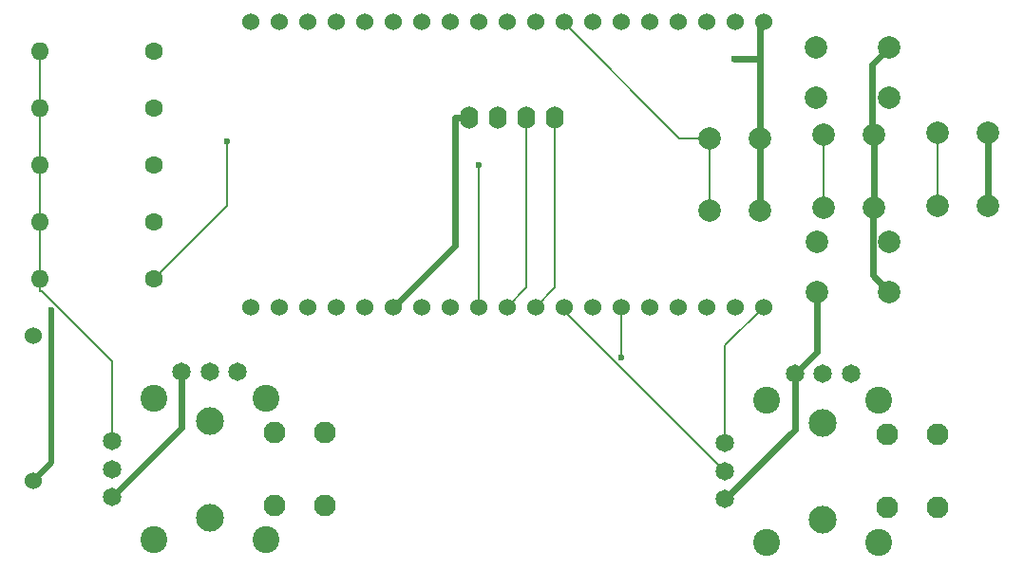
<source format=gbr>
%TF.GenerationSoftware,KiCad,Pcbnew,8.0.6*%
%TF.CreationDate,2025-10-28T17:51:58+09:00*%
%TF.ProjectId,Drone_hacking_PCB,44726f6e-655f-4686-9163-6b696e675f50,rev?*%
%TF.SameCoordinates,Original*%
%TF.FileFunction,Copper,L2,Bot*%
%TF.FilePolarity,Positive*%
%FSLAX46Y46*%
G04 Gerber Fmt 4.6, Leading zero omitted, Abs format (unit mm)*
G04 Created by KiCad (PCBNEW 8.0.6) date 2025-10-28 17:51:58*
%MOMM*%
%LPD*%
G01*
G04 APERTURE LIST*
%TA.AperFunction,ComponentPad*%
%ADD10O,1.600000X2.000000*%
%TD*%
%TA.AperFunction,ComponentPad*%
%ADD11C,1.524000*%
%TD*%
%TA.AperFunction,ComponentPad*%
%ADD12C,1.600000*%
%TD*%
%TA.AperFunction,ComponentPad*%
%ADD13O,1.600000X1.600000*%
%TD*%
%TA.AperFunction,ComponentPad*%
%ADD14C,1.950000*%
%TD*%
%TA.AperFunction,ComponentPad*%
%ADD15C,1.650000*%
%TD*%
%TA.AperFunction,ComponentPad*%
%ADD16C,2.400000*%
%TD*%
%TA.AperFunction,ComponentPad*%
%ADD17C,2.475000*%
%TD*%
%TA.AperFunction,ComponentPad*%
%ADD18C,2.000000*%
%TD*%
%TA.AperFunction,ViaPad*%
%ADD19C,0.600000*%
%TD*%
%TA.AperFunction,Conductor*%
%ADD20C,0.200000*%
%TD*%
%TA.AperFunction,Conductor*%
%ADD21C,0.500000*%
%TD*%
%TA.AperFunction,Conductor*%
%ADD22C,0.600000*%
%TD*%
G04 APERTURE END LIST*
D10*
%TO.P,Brd1,1,GND*%
%TO.N,GND*%
X137350000Y-73220000D03*
%TO.P,Brd1,2,VCC*%
%TO.N,3.3V*%
X139890000Y-73220000D03*
%TO.P,Brd1,3,SCL*%
%TO.N,SSD1306_SCL*%
X142430000Y-73220000D03*
%TO.P,Brd1,4,SDA*%
%TO.N,SSD1306_SDA*%
X144970000Y-73220000D03*
%TD*%
D11*
%TO.P,U1,1,5v*%
%TO.N,VIN*%
X117840000Y-90130000D03*
%TO.P,U1,2,GPIO11*%
%TO.N,unconnected-(U1-GPIO11-Pad2)*%
X120380000Y-90130000D03*
%TO.P,U1,3,GPIO10*%
%TO.N,unconnected-(U1-GPIO10-Pad3)*%
X122920000Y-90130000D03*
%TO.P,U1,4,GPIO9*%
%TO.N,unconnected-(U1-GPIO9-Pad4)*%
X125460000Y-90130000D03*
%TO.P,U1,5,GPIO13*%
%TO.N,SW_5*%
X128000000Y-90130000D03*
%TO.P,U1,6,GND*%
%TO.N,GND*%
X130540000Y-90130000D03*
%TO.P,U1,7,GPIO12*%
%TO.N,unconnected-(U1-GPIO12-Pad7)*%
X133080000Y-90130000D03*
%TO.P,U1,8,GPIO14*%
%TO.N,unconnected-(U1-GPIO14-Pad8)*%
X135620000Y-90130000D03*
%TO.P,U1,9,GPIO27*%
%TO.N,SW_4*%
X138160000Y-90130000D03*
%TO.P,U1,10,GPIO26*%
%TO.N,SSD1306_SCL*%
X140700000Y-90130000D03*
%TO.P,U1,11,GPIO25*%
%TO.N,SSD1306_SDA*%
X143240000Y-90130000D03*
%TO.P,U1,12,GPIO33*%
%TO.N,L_VR_out1*%
X145780000Y-90130000D03*
%TO.P,U1,13,GPIO32*%
%TO.N,L_VR_out2*%
X148320000Y-90130000D03*
%TO.P,U1,14,GPIO35*%
%TO.N,R_VR_out1*%
X150860000Y-90130000D03*
%TO.P,U1,15,GPIO34*%
%TO.N,R_VR_out2*%
X153400000Y-90130000D03*
%TO.P,U1,16,GPIO39*%
%TO.N,unconnected-(U1-GPIO39-Pad16)*%
X155940000Y-90130000D03*
%TO.P,U1,17,GPIO36*%
%TO.N,unconnected-(U1-GPIO36-Pad17)*%
X158480000Y-90130000D03*
%TO.P,U1,18,EN*%
%TO.N,unconnected-(U1-EN-Pad18)*%
X161020000Y-90130000D03*
%TO.P,U1,19,3.3v*%
%TO.N,3.3V*%
X163560000Y-90130000D03*
%TO.P,U1,20,GPIO6*%
%TO.N,unconnected-(U1-GPIO6-Pad20)*%
X117840000Y-64720000D03*
%TO.P,U1,21,GPIO7*%
%TO.N,unconnected-(U1-GPIO7-Pad21)*%
X120380000Y-64720000D03*
%TO.P,U1,22,GPIO8*%
%TO.N,unconnected-(U1-GPIO8-Pad22)*%
X122920000Y-64720000D03*
%TO.P,U1,23,GPIO15*%
%TO.N,unconnected-(U1-GPIO15-Pad23)*%
X125460000Y-64720000D03*
%TO.P,U1,24,GPIO2*%
%TO.N,unconnected-(U1-GPIO2-Pad24)*%
X128000000Y-64720000D03*
%TO.P,U1,25,GPIO0*%
%TO.N,unconnected-(U1-GPIO0-Pad25)*%
X130540000Y-64720000D03*
%TO.P,U1,26,GPIO4*%
%TO.N,unconnected-(U1-GPIO4-Pad26)*%
X133080000Y-64720000D03*
%TO.P,U1,27,GPIO16*%
%TO.N,unconnected-(U1-GPIO16-Pad27)*%
X135620000Y-64720000D03*
%TO.P,U1,28,GPIO17*%
%TO.N,unconnected-(U1-GPIO17-Pad28)*%
X138160000Y-64720000D03*
%TO.P,U1,29,GPIO5*%
%TO.N,unconnected-(U1-GPIO5-Pad29)*%
X140700000Y-64720000D03*
%TO.P,U1,30,GPIO18*%
%TO.N,unconnected-(U1-GPIO18-Pad30)*%
X143240000Y-64720000D03*
%TO.P,U1,31,GPIO19*%
%TO.N,SW_3*%
X145780000Y-64720000D03*
%TO.P,U1,32,GND*%
%TO.N,GND*%
X148320000Y-64720000D03*
%TO.P,U1,33,GPIO21*%
%TO.N,unconnected-(U1-GPIO21-Pad33)*%
X150860000Y-64720000D03*
%TO.P,U1,34,GPIO3*%
%TO.N,unconnected-(U1-GPIO3-Pad34)*%
X153400000Y-64720000D03*
%TO.P,U1,35,GPIO1*%
%TO.N,unconnected-(U1-GPIO1-Pad35)*%
X155940000Y-64720000D03*
%TO.P,U1,36,GPIO22*%
%TO.N,SW_2*%
X158480000Y-64720000D03*
%TO.P,U1,37,GPIO23*%
%TO.N,SW_1*%
X161020000Y-64720000D03*
%TO.P,U1,38,GND*%
%TO.N,GND*%
X163560000Y-64720000D03*
%TD*%
D12*
%TO.P,R1,1*%
%TO.N,SW_1*%
X109220000Y-67310000D03*
D13*
%TO.P,R1,2*%
%TO.N,3.3V*%
X99060000Y-67310000D03*
%TD*%
D12*
%TO.P,R4,1*%
%TO.N,SW_4*%
X109220000Y-77470000D03*
D13*
%TO.P,R4,2*%
%TO.N,3.3V*%
X99060000Y-77470000D03*
%TD*%
D12*
%TO.P,R3,1*%
%TO.N,SW_3*%
X109220000Y-87630000D03*
D13*
%TO.P,R3,2*%
%TO.N,3.3V*%
X99060000Y-87630000D03*
%TD*%
D12*
%TO.P,R2,1*%
%TO.N,SW_2*%
X109220000Y-72390000D03*
D13*
%TO.P,R2,2*%
%TO.N,3.3V*%
X99060000Y-72390000D03*
%TD*%
D12*
%TO.P,R5,1*%
%TO.N,SW_5*%
X109220000Y-82550000D03*
D13*
%TO.P,R5,2*%
%TO.N,3.3V*%
X99060000Y-82550000D03*
%TD*%
D14*
%TO.P,S1,A1,A1*%
%TO.N,unconnected-(S1-PadA1)*%
X119925000Y-107872500D03*
D15*
%TO.P,S1,A11,A11*%
%TO.N,3.3V*%
X116675000Y-95892500D03*
%TO.P,S1,A12,A12*%
%TO.N,R_VR_out2*%
X114175000Y-95892500D03*
%TO.P,S1,A13,A13*%
%TO.N,GND*%
X111675000Y-95892500D03*
D14*
%TO.P,S1,B1,B1*%
%TO.N,unconnected-(S1-PadB1)*%
X124425000Y-107872500D03*
D15*
%TO.P,S1,B11,B11*%
%TO.N,3.3V*%
X105445000Y-102122500D03*
%TO.P,S1,B12,B12*%
%TO.N,R_VR_out1*%
X105445000Y-104622500D03*
%TO.P,S1,B13,B13*%
%TO.N,GND*%
X105445000Y-107122500D03*
D14*
%TO.P,S1,C1,C1*%
%TO.N,unconnected-(S1-PadC1)*%
X119925000Y-101372500D03*
%TO.P,S1,D1,D1*%
%TO.N,unconnected-(S1-PadD1)*%
X124425000Y-101372500D03*
D16*
%TO.P,S1,MH1,MH1*%
%TO.N,unconnected-(S1-PadMH1)*%
X119175000Y-110947500D03*
%TO.P,S1,MH2,MH2*%
%TO.N,unconnected-(S1-PadMH2)*%
X109175000Y-110947500D03*
%TO.P,S1,MH3,MH3*%
%TO.N,unconnected-(S1-PadMH3)*%
X119175000Y-98297500D03*
%TO.P,S1,MH4,MH4*%
%TO.N,unconnected-(S1-PadMH4)*%
X109175000Y-98297500D03*
D17*
%TO.P,S1,MH5,MH5*%
%TO.N,unconnected-(S1-PadMH5)*%
X114175000Y-108922500D03*
%TO.P,S1,MH6,MH6*%
%TO.N,unconnected-(S1-PadMH6)*%
X114175000Y-100322500D03*
%TD*%
D18*
%TO.P,SW4,1,1*%
%TO.N,SW_4*%
X168275000Y-84305000D03*
X174775000Y-84305000D03*
%TO.P,SW4,2,2*%
%TO.N,GND*%
X168275000Y-88805000D03*
X174775000Y-88805000D03*
%TD*%
%TO.P,SW1,1,1*%
%TO.N,SW_1*%
X179070000Y-81130000D03*
X179070000Y-74630000D03*
%TO.P,SW1,2,2*%
%TO.N,GND*%
X183570000Y-81130000D03*
X183570000Y-74630000D03*
%TD*%
%TO.P,SW2,1,1*%
%TO.N,SW_2*%
X174700000Y-71465000D03*
X168200000Y-71465000D03*
%TO.P,SW2,2,2*%
%TO.N,GND*%
X174700000Y-66965000D03*
X168200000Y-66965000D03*
%TD*%
%TO.P,SW5,1,1*%
%TO.N,SW_5*%
X168910000Y-81280000D03*
X168910000Y-74780000D03*
%TO.P,SW5,2,2*%
%TO.N,GND*%
X173410000Y-81280000D03*
X173410000Y-74780000D03*
%TD*%
%TO.P,SW3,1,1*%
%TO.N,SW_3*%
X158750000Y-81570000D03*
X158750000Y-75070000D03*
%TO.P,SW3,2,2*%
%TO.N,GND*%
X163250000Y-81570000D03*
X163250000Y-75070000D03*
%TD*%
D14*
%TO.P,S2,A1,A1*%
%TO.N,unconnected-(S2-PadA1)*%
X174580000Y-108050000D03*
D15*
%TO.P,S2,A11,A11*%
%TO.N,3.3V*%
X171330000Y-96070000D03*
%TO.P,S2,A12,A12*%
%TO.N,L_VR_out2*%
X168830000Y-96070000D03*
%TO.P,S2,A13,A13*%
%TO.N,GND*%
X166330000Y-96070000D03*
D14*
%TO.P,S2,B1,B1*%
%TO.N,unconnected-(S2-PadB1)*%
X179080000Y-108050000D03*
D15*
%TO.P,S2,B11,B11*%
%TO.N,3.3V*%
X160100000Y-102300000D03*
%TO.P,S2,B12,B12*%
%TO.N,L_VR_out1*%
X160100000Y-104800000D03*
%TO.P,S2,B13,B13*%
%TO.N,GND*%
X160100000Y-107300000D03*
D14*
%TO.P,S2,C1,C1*%
%TO.N,unconnected-(S2-PadC1)*%
X174580000Y-101550000D03*
%TO.P,S2,D1,D1*%
%TO.N,unconnected-(S2-PadD1)*%
X179080000Y-101550000D03*
D16*
%TO.P,S2,MH1,MH1*%
%TO.N,unconnected-(S2-PadMH1)*%
X173830000Y-111125000D03*
%TO.P,S2,MH2,MH2*%
%TO.N,unconnected-(S2-PadMH2)*%
X163830000Y-111125000D03*
%TO.P,S2,MH3,MH3*%
%TO.N,unconnected-(S2-PadMH3)*%
X173830000Y-98475000D03*
%TO.P,S2,MH4,MH4*%
%TO.N,unconnected-(S2-PadMH4)*%
X163830000Y-98475000D03*
D17*
%TO.P,S2,MH5,MH5*%
%TO.N,unconnected-(S2-PadMH5)*%
X168830000Y-109100000D03*
%TO.P,S2,MH6,MH6*%
%TO.N,unconnected-(S2-PadMH6)*%
X168830000Y-100500000D03*
%TD*%
D11*
%TO.P,J1,1,Pin_1*%
%TO.N,GND*%
X98425000Y-92710000D03*
%TO.P,J1,2,Pin_2*%
%TO.N,VIN*%
X98425000Y-105660000D03*
%TD*%
D19*
%TO.N,SW_4*%
X138160000Y-77470000D03*
%TO.N,SW_3*%
X115746700Y-75329500D03*
%TO.N,VIN*%
X100053900Y-90462900D03*
%TO.N,GND*%
X160920400Y-68013600D03*
%TO.N,R_VR_out1*%
X150860000Y-94662000D03*
%TD*%
D20*
%TO.N,SW_5*%
X168910000Y-74780000D02*
X168910000Y-81280000D01*
%TO.N,SW_4*%
X138160000Y-90130000D02*
X138160000Y-77470000D01*
%TO.N,SW_3*%
X158750000Y-75070000D02*
X158750000Y-81570000D01*
X156030000Y-75070000D02*
X145760000Y-64800000D01*
X158750000Y-75070000D02*
X156030000Y-75070000D01*
X115746700Y-81103300D02*
X115746700Y-75329500D01*
X109220000Y-87630000D02*
X115746700Y-81103300D01*
%TO.N,SW_1*%
X179070000Y-74630000D02*
X179070000Y-81130000D01*
%TO.N,SSD1306_SCL*%
X142430000Y-88400000D02*
X140700000Y-90130000D01*
X142430000Y-73220000D02*
X142430000Y-88400000D01*
%TO.N,SSD1306_SDA*%
X144970000Y-88400000D02*
X143240000Y-90130000D01*
X144970000Y-73220000D02*
X144970000Y-88400000D01*
D21*
%TO.N,VIN*%
X100053900Y-104031100D02*
X98425000Y-105660000D01*
X100053900Y-90462900D02*
X100053900Y-104031100D01*
D20*
%TO.N,L_VR_out1*%
X145780000Y-90480000D02*
X145780000Y-90130000D01*
X160100000Y-104800000D02*
X145780000Y-90480000D01*
%TO.N,3.3V*%
X160100000Y-93590000D02*
X163560000Y-90130000D01*
X160100000Y-102300000D02*
X160100000Y-93590000D01*
X99060000Y-87630000D02*
X99060000Y-88731700D01*
X99173600Y-88731700D02*
X99060000Y-88731700D01*
X105445000Y-95003100D02*
X99173600Y-88731700D01*
X105445000Y-102122500D02*
X105445000Y-95003100D01*
X99060000Y-82550000D02*
X99060000Y-87630000D01*
X99060000Y-72390000D02*
X99060000Y-67310000D01*
X99060000Y-72390000D02*
X99060000Y-77470000D01*
X99060000Y-77470000D02*
X99060000Y-82550000D01*
D22*
%TO.N,GND*%
X163250000Y-81570000D02*
X163250000Y-75070000D01*
X173256700Y-87286700D02*
X174775000Y-88805000D01*
X173256700Y-81433300D02*
X173256700Y-87286700D01*
X173410000Y-81280000D02*
X173256700Y-81433300D01*
X183570000Y-74630000D02*
X183570000Y-81130000D01*
X168275000Y-94125000D02*
X166330000Y-96070000D01*
X168275000Y-88805000D02*
X168275000Y-94125000D01*
X137350000Y-73220000D02*
X136048300Y-73220000D01*
X166330000Y-101070000D02*
X166330000Y-96070000D01*
X160100000Y-107300000D02*
X166330000Y-101070000D01*
X173410000Y-74780000D02*
X173410000Y-81280000D01*
X173196300Y-68468700D02*
X174700000Y-66965000D01*
X173196300Y-74566300D02*
X173196300Y-68468700D01*
X173410000Y-74780000D02*
X173196300Y-74566300D01*
X111675000Y-100892500D02*
X111675000Y-95892500D01*
X105445000Y-107122500D02*
X111675000Y-100892500D01*
X163250000Y-68013600D02*
X160920400Y-68013600D01*
X163250000Y-75070000D02*
X163250000Y-68013600D01*
X163250000Y-65090000D02*
X163540000Y-64800000D01*
X163250000Y-68013600D02*
X163250000Y-65090000D01*
X136048300Y-84621700D02*
X130540000Y-90130000D01*
X136048300Y-73220000D02*
X136048300Y-84621700D01*
D20*
%TO.N,R_VR_out1*%
X150860000Y-90130000D02*
X150860000Y-94662000D01*
%TD*%
M02*

</source>
